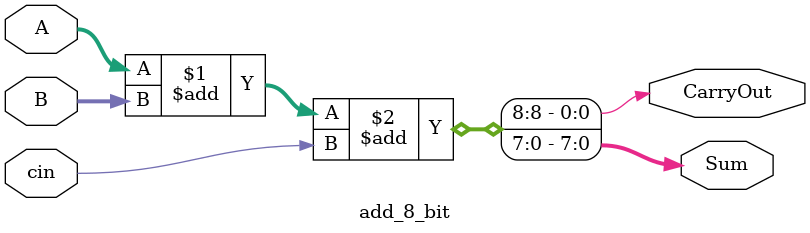
<source format=v>
module add_8_bit(
    input [7:0] A,
    input [7:0] B,
input cin,
    output [7:0] Sum,
    output CarryOut
);
    assign {CarryOut, Sum} = A + B + cin;
endmodule
</source>
